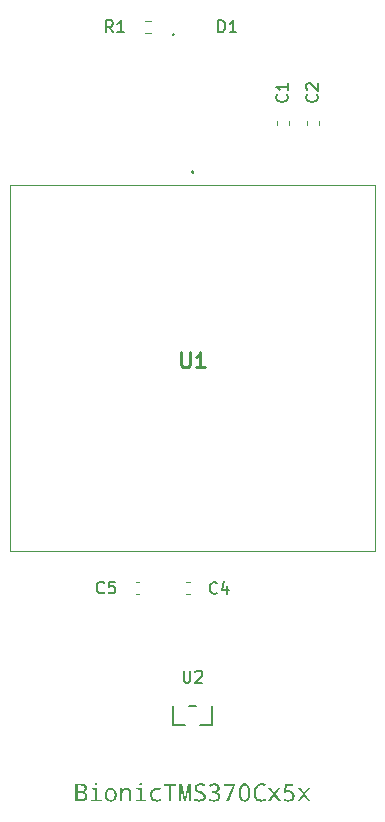
<source format=gbr>
G04 #@! TF.GenerationSoftware,KiCad,Pcbnew,9.0.7-9.0.7~ubuntu25.10.1*
G04 #@! TF.CreationDate,2026-02-01T15:36:23+09:00*
G04 #@! TF.ProjectId,bionic-tms370cx5x,62696f6e-6963-42d7-946d-733337306378,3*
G04 #@! TF.SameCoordinates,Original*
G04 #@! TF.FileFunction,Legend,Top*
G04 #@! TF.FilePolarity,Positive*
%FSLAX46Y46*%
G04 Gerber Fmt 4.6, Leading zero omitted, Abs format (unit mm)*
G04 Created by KiCad (PCBNEW 9.0.7-9.0.7~ubuntu25.10.1) date 2026-02-01 15:36:23*
%MOMM*%
%LPD*%
G01*
G04 APERTURE LIST*
%ADD10C,0.150000*%
%ADD11C,0.254000*%
%ADD12C,0.100000*%
%ADD13C,0.200000*%
%ADD14C,0.152400*%
%ADD15C,0.120000*%
G04 APERTURE END LIST*
D10*
G36*
X104364302Y-135676957D02*
G01*
X104476714Y-135695966D01*
X104562106Y-135724097D01*
X104625889Y-135759448D01*
X104679554Y-135808979D01*
X104718620Y-135871540D01*
X104743483Y-135949979D01*
X104752468Y-136048509D01*
X104743121Y-136132661D01*
X104716262Y-136204404D01*
X104671960Y-136266496D01*
X104613489Y-136315933D01*
X104541899Y-136351161D01*
X104454248Y-136371917D01*
X104454248Y-136382175D01*
X104566509Y-136410284D01*
X104650962Y-136450758D01*
X104713295Y-136502106D01*
X104757347Y-136564717D01*
X104784692Y-136640817D01*
X104794417Y-136734160D01*
X104785562Y-136834321D01*
X104760420Y-136919279D01*
X104719991Y-136991916D01*
X104663716Y-137054270D01*
X104595618Y-137103334D01*
X104515258Y-137139492D01*
X104420280Y-137162373D01*
X104307702Y-137170500D01*
X103767681Y-137170500D01*
X103767681Y-137007559D01*
X103959290Y-137007559D01*
X104273905Y-137007559D01*
X104379970Y-136998123D01*
X104458541Y-136972830D01*
X104516133Y-136934364D01*
X104557114Y-136882684D01*
X104583077Y-136815043D01*
X104592550Y-136726466D01*
X104583250Y-136646542D01*
X104557469Y-136584595D01*
X104516009Y-136536312D01*
X104456486Y-136499629D01*
X104373746Y-136475119D01*
X104260533Y-136465889D01*
X103959290Y-136465889D01*
X103959290Y-137007559D01*
X103767681Y-137007559D01*
X103767681Y-136302949D01*
X103959290Y-136302949D01*
X104250366Y-136302949D01*
X104356109Y-136295385D01*
X104431282Y-136275652D01*
X104483465Y-136246895D01*
X104522437Y-136204117D01*
X104547435Y-136144221D01*
X104556738Y-136061240D01*
X104547030Y-135983708D01*
X104520588Y-135927028D01*
X104478336Y-135885843D01*
X104423096Y-135858816D01*
X104342964Y-135840044D01*
X104229850Y-135832812D01*
X103959290Y-135832812D01*
X103959290Y-136302949D01*
X103767681Y-136302949D01*
X103767681Y-135669871D01*
X104218584Y-135669871D01*
X104364302Y-135676957D01*
G37*
G36*
X105536854Y-135581944D02*
G01*
X105585547Y-135589664D01*
X105617683Y-135610434D01*
X105637811Y-135644856D01*
X105645481Y-135698631D01*
X105636717Y-135752334D01*
X105613149Y-135787291D01*
X105578023Y-135809110D01*
X105536854Y-135816417D01*
X105487710Y-135808625D01*
X105455277Y-135787660D01*
X105434962Y-135752914D01*
X105427220Y-135698631D01*
X105434929Y-135644950D01*
X105455192Y-135610522D01*
X105487619Y-135589697D01*
X105536854Y-135581944D01*
G37*
G36*
X105442515Y-136191574D02*
G01*
X105166918Y-136170233D01*
X105166918Y-136045028D01*
X105629086Y-136045028D01*
X105629086Y-137023954D01*
X105989772Y-137044470D01*
X105989772Y-137170500D01*
X105090073Y-137170500D01*
X105090073Y-137044470D01*
X105442515Y-137023954D01*
X105442515Y-136191574D01*
G37*
G36*
X106886950Y-136037777D02*
G01*
X106982521Y-136067647D01*
X107067638Y-136116695D01*
X107144094Y-136186353D01*
X107204675Y-136269333D01*
X107248940Y-136365595D01*
X107276718Y-136477641D01*
X107286518Y-136608680D01*
X107276697Y-136744302D01*
X107249055Y-136858635D01*
X107205378Y-136955297D01*
X107146109Y-137037143D01*
X107070867Y-137105204D01*
X106985017Y-137153664D01*
X106886453Y-137183517D01*
X106772143Y-137193947D01*
X106664578Y-137183632D01*
X106569574Y-137153756D01*
X106484559Y-137104580D01*
X106407794Y-137034578D01*
X106347097Y-136951290D01*
X106302682Y-136854379D01*
X106274770Y-136741273D01*
X106264911Y-136608680D01*
X106457527Y-136608680D01*
X106466161Y-136738761D01*
X106489350Y-136837817D01*
X106524069Y-136912285D01*
X106568899Y-136967293D01*
X106624211Y-137006274D01*
X106692117Y-137030571D01*
X106776173Y-137039250D01*
X106859897Y-137030585D01*
X106927559Y-137006323D01*
X106982696Y-136967383D01*
X107027406Y-136912403D01*
X107062048Y-136837937D01*
X107085192Y-136738845D01*
X107093811Y-136608680D01*
X107085199Y-136480148D01*
X107062050Y-136382160D01*
X107027350Y-136308379D01*
X106982466Y-136253774D01*
X106926981Y-136215002D01*
X106858740Y-136190796D01*
X106774158Y-136182140D01*
X106690571Y-136190752D01*
X106623065Y-136214855D01*
X106568103Y-136253508D01*
X106523578Y-136308029D01*
X106489110Y-136381803D01*
X106466095Y-136479897D01*
X106457527Y-136608680D01*
X106264911Y-136608680D01*
X106274629Y-136473982D01*
X106301975Y-136360445D01*
X106345172Y-136264476D01*
X106403764Y-136183239D01*
X106478229Y-136115805D01*
X106563842Y-136067643D01*
X106662805Y-136037874D01*
X106778279Y-136027443D01*
X106886950Y-136037777D01*
G37*
G36*
X108314720Y-137170500D02*
G01*
X108314720Y-136447846D01*
X108306684Y-136360143D01*
X108285072Y-136294869D01*
X108252018Y-136246713D01*
X108207294Y-136212199D01*
X108148365Y-136190198D01*
X108070813Y-136182140D01*
X107986948Y-136190532D01*
X107919509Y-136213944D01*
X107864918Y-136251290D01*
X107820971Y-136303628D01*
X107787140Y-136374009D01*
X107764643Y-136467116D01*
X107756289Y-136588896D01*
X107756289Y-137170500D01*
X107569809Y-137170500D01*
X107569809Y-136045028D01*
X107720477Y-136045028D01*
X107748137Y-136199543D01*
X107758395Y-136199543D01*
X107805172Y-136138377D01*
X107861329Y-136091230D01*
X107928084Y-136056826D01*
X108007556Y-136035147D01*
X108102595Y-136027443D01*
X108214759Y-136036951D01*
X108302880Y-136063033D01*
X108372002Y-136103486D01*
X108425708Y-136158227D01*
X108465727Y-136229294D01*
X108491695Y-136320575D01*
X108501199Y-136437405D01*
X108501199Y-137170500D01*
X108314720Y-137170500D01*
G37*
G36*
X109313337Y-135581944D02*
G01*
X109362030Y-135589664D01*
X109394165Y-135610434D01*
X109414294Y-135644856D01*
X109421964Y-135698631D01*
X109413200Y-135752334D01*
X109389632Y-135787291D01*
X109354506Y-135809110D01*
X109313337Y-135816417D01*
X109264193Y-135808625D01*
X109231760Y-135787660D01*
X109211445Y-135752914D01*
X109203702Y-135698631D01*
X109211412Y-135644950D01*
X109231675Y-135610522D01*
X109264102Y-135589697D01*
X109313337Y-135581944D01*
G37*
G36*
X109218998Y-136191574D02*
G01*
X108943401Y-136170233D01*
X108943401Y-136045028D01*
X109405569Y-136045028D01*
X109405569Y-137023954D01*
X109766255Y-137044470D01*
X109766255Y-137170500D01*
X108866556Y-137170500D01*
X108866556Y-137044470D01*
X109218998Y-137023954D01*
X109218998Y-136191574D01*
G37*
G36*
X111010703Y-136087893D02*
G01*
X110947138Y-136249826D01*
X110843077Y-136215363D01*
X110752192Y-136196314D01*
X110672548Y-136190383D01*
X110567562Y-136199824D01*
X110484411Y-136225870D01*
X110418471Y-136266656D01*
X110366592Y-136322524D01*
X110327478Y-136395962D01*
X110301868Y-136491295D01*
X110292445Y-136614267D01*
X110301659Y-136735439D01*
X110326684Y-136829283D01*
X110364862Y-136901479D01*
X110415424Y-136956313D01*
X110479587Y-136996281D01*
X110560383Y-137021773D01*
X110662290Y-137031006D01*
X110768472Y-137024181D01*
X110877813Y-137003300D01*
X110991194Y-136967442D01*
X110991194Y-137131390D01*
X110897595Y-137164837D01*
X110786290Y-137186282D01*
X110654047Y-137193947D01*
X110523233Y-137183556D01*
X110413925Y-137154347D01*
X110322221Y-137108077D01*
X110245185Y-137044837D01*
X110184152Y-136966413D01*
X110138935Y-136871374D01*
X110110081Y-136756309D01*
X110099738Y-136616831D01*
X110106630Y-136499118D01*
X110126037Y-136398757D01*
X110156517Y-136313178D01*
X110197294Y-136240199D01*
X110248299Y-136178110D01*
X110326830Y-136114306D01*
X110420504Y-136067538D01*
X110532361Y-136037971D01*
X110666412Y-136027443D01*
X110786861Y-136034292D01*
X110901322Y-136054512D01*
X111010703Y-136087893D01*
G37*
G36*
X111906830Y-137170500D02*
G01*
X111715221Y-137170500D01*
X111715221Y-135837941D01*
X111286850Y-135837941D01*
X111286850Y-135669871D01*
X112334102Y-135669871D01*
X112334102Y-135837941D01*
X111906830Y-135837941D01*
X111906830Y-137170500D01*
G37*
G36*
X112986322Y-137170500D02*
G01*
X112701382Y-135856351D01*
X112693231Y-135858915D01*
X112707801Y-136115257D01*
X112711732Y-136274922D01*
X112711732Y-137170500D01*
X112556943Y-137170500D01*
X112556943Y-135669871D01*
X112810009Y-135669871D01*
X113064174Y-136893803D01*
X113070311Y-136893803D01*
X113326491Y-135669871D01*
X113584686Y-135669871D01*
X113584686Y-137170500D01*
X113427974Y-137170500D01*
X113427974Y-136261550D01*
X113442262Y-135860930D01*
X113434019Y-135860930D01*
X113144042Y-137170500D01*
X112986322Y-137170500D01*
G37*
G36*
X113844439Y-137124154D02*
G01*
X113844439Y-136942804D01*
X113990588Y-136992600D01*
X114131579Y-137021548D01*
X114268689Y-137031006D01*
X114394059Y-137021707D01*
X114484410Y-136997241D01*
X114548150Y-136961216D01*
X114591533Y-136914809D01*
X114617952Y-136856551D01*
X114627359Y-136782611D01*
X114618786Y-136714953D01*
X114594665Y-136661363D01*
X114555094Y-136618480D01*
X114502709Y-136584459D01*
X114410501Y-136539822D01*
X114262552Y-136482101D01*
X114123804Y-136423935D01*
X114024629Y-136364038D01*
X113956638Y-136303132D01*
X113916969Y-136248698D01*
X113888178Y-136186535D01*
X113870238Y-136115204D01*
X113863948Y-136032847D01*
X113872639Y-135946218D01*
X113897495Y-135872349D01*
X113938032Y-135808605D01*
X113995564Y-135753311D01*
X114063181Y-135711253D01*
X114144148Y-135679719D01*
X114241003Y-135659515D01*
X114356799Y-135652286D01*
X114511619Y-135661558D01*
X114653105Y-135688490D01*
X114783064Y-135732245D01*
X114717485Y-135900223D01*
X114583738Y-135854489D01*
X114461367Y-135828604D01*
X114348648Y-135820356D01*
X114244338Y-135828278D01*
X114168906Y-135849167D01*
X114115434Y-135880050D01*
X114078828Y-135920043D01*
X114056418Y-135970525D01*
X114048412Y-136034862D01*
X114056287Y-136101705D01*
X114078701Y-136156902D01*
X114115548Y-136203115D01*
X114165049Y-136239869D01*
X114252343Y-136284876D01*
X114392703Y-136339494D01*
X114559223Y-136408516D01*
X114666031Y-136470444D01*
X114729300Y-136525698D01*
X114775386Y-136593956D01*
X114803814Y-136675029D01*
X114813839Y-136772353D01*
X114804434Y-136868121D01*
X114777552Y-136949858D01*
X114733793Y-137020419D01*
X114671872Y-137081656D01*
X114598982Y-137128036D01*
X114509792Y-137163101D01*
X114401014Y-137185771D01*
X114268689Y-137193947D01*
X114087509Y-137184785D01*
X113948862Y-137160294D01*
X113844439Y-137124154D01*
G37*
G36*
X115669940Y-136384648D02*
G01*
X115669940Y-136390785D01*
X115793338Y-136417252D01*
X115885414Y-136457443D01*
X115952823Y-136509361D01*
X116000160Y-136573152D01*
X116029455Y-136651094D01*
X116039877Y-136747257D01*
X116030409Y-136848963D01*
X116003424Y-136935613D01*
X115959753Y-137010158D01*
X115898460Y-137074604D01*
X115825389Y-137123915D01*
X115735367Y-137161150D01*
X115624871Y-137185241D01*
X115489597Y-137193947D01*
X115363053Y-137188054D01*
X115256637Y-137171627D01*
X115167496Y-137146233D01*
X115093100Y-137112980D01*
X115093100Y-136938774D01*
X115221524Y-136992649D01*
X115351842Y-137024508D01*
X115485567Y-137035128D01*
X115608465Y-137024873D01*
X115698600Y-136997573D01*
X115763766Y-136956544D01*
X115809415Y-136902246D01*
X115837944Y-136832210D01*
X115848268Y-136741487D01*
X115838197Y-136664049D01*
X115809817Y-136602780D01*
X115762963Y-136553707D01*
X115693727Y-136515409D01*
X115595114Y-136489300D01*
X115457815Y-136479353D01*
X115321528Y-136479353D01*
X115321528Y-136320534D01*
X115457815Y-136320534D01*
X115564510Y-136310815D01*
X115647467Y-136284196D01*
X115711889Y-136242774D01*
X115761793Y-136185706D01*
X115791691Y-136118257D01*
X115802106Y-136037152D01*
X115793924Y-135970772D01*
X115770690Y-135916685D01*
X115732405Y-135872013D01*
X115682754Y-135839141D01*
X115621623Y-135818498D01*
X115545926Y-135811105D01*
X115457340Y-135818477D01*
X115369762Y-135840754D01*
X115282116Y-135878750D01*
X115193484Y-135934020D01*
X115099236Y-135805976D01*
X115199003Y-135738739D01*
X115305649Y-135691076D01*
X115420657Y-135662166D01*
X115545926Y-135652286D01*
X115651959Y-135659521D01*
X115740314Y-135679748D01*
X115813983Y-135711421D01*
X115875379Y-135753952D01*
X115926953Y-135808762D01*
X115963481Y-135871107D01*
X115985898Y-135942493D01*
X115993715Y-136025153D01*
X115983934Y-136116488D01*
X115955838Y-136194640D01*
X115909634Y-136262466D01*
X115848022Y-136316865D01*
X115769407Y-136357800D01*
X115669940Y-136384648D01*
G37*
G36*
X116559931Y-137170500D02*
G01*
X117136771Y-135839956D01*
X116364201Y-135839956D01*
X116364201Y-135669871D01*
X117327372Y-135669871D01*
X117327372Y-135818432D01*
X116758683Y-137170500D01*
X116559931Y-137170500D01*
G37*
G36*
X118196289Y-135654805D02*
G01*
X118276532Y-135678827D01*
X118346719Y-135717859D01*
X118408520Y-135772688D01*
X118462735Y-135845452D01*
X118511746Y-135945187D01*
X118549867Y-136070514D01*
X118575009Y-136226671D01*
X118584185Y-136419636D01*
X118575506Y-136613762D01*
X118551815Y-136769394D01*
X118516112Y-136892798D01*
X118470599Y-136989505D01*
X118416545Y-137064177D01*
X118354170Y-137120409D01*
X118282607Y-137160501D01*
X118199985Y-137185267D01*
X118103607Y-137193947D01*
X118012299Y-137185610D01*
X117933051Y-137161681D01*
X117863532Y-137122731D01*
X117802119Y-137067906D01*
X117748050Y-136995011D01*
X117699300Y-136895281D01*
X117661346Y-136769791D01*
X117636296Y-136613252D01*
X117627150Y-136419636D01*
X117627170Y-136419178D01*
X117816652Y-136419178D01*
X117822318Y-136591671D01*
X117837372Y-136722834D01*
X117859225Y-136820328D01*
X117885803Y-136890964D01*
X117926963Y-136955978D01*
X117975948Y-136999822D01*
X118033872Y-137026012D01*
X118103607Y-137035128D01*
X118174342Y-137025961D01*
X118233168Y-136999630D01*
X118282967Y-136955597D01*
X118324891Y-136890414D01*
X118352119Y-136819475D01*
X118374457Y-136721905D01*
X118389822Y-136590991D01*
X118395599Y-136419178D01*
X118389833Y-136248511D01*
X118374488Y-136118229D01*
X118352152Y-136020910D01*
X118324891Y-135949957D01*
X118282967Y-135884774D01*
X118233168Y-135840741D01*
X118174342Y-135814410D01*
X118103607Y-135805243D01*
X118033841Y-135814339D01*
X117975908Y-135840463D01*
X117926937Y-135884173D01*
X117885803Y-135948949D01*
X117859225Y-136019327D01*
X117837372Y-136116484D01*
X117822318Y-136247217D01*
X117816652Y-136419178D01*
X117627170Y-136419178D01*
X117635781Y-136225507D01*
X117659335Y-136069943D01*
X117694818Y-135946664D01*
X117740025Y-135850124D01*
X117793675Y-135775646D01*
X117855532Y-135719612D01*
X117926438Y-135679696D01*
X118008239Y-135655057D01*
X118103607Y-135646424D01*
X118196289Y-135654805D01*
G37*
G36*
X119887068Y-136966435D02*
G01*
X119887068Y-137133222D01*
X119785541Y-137165595D01*
X119664406Y-137186467D01*
X119520246Y-137193947D01*
X119393205Y-137184991D01*
X119283743Y-137159556D01*
X119189037Y-137119031D01*
X119106827Y-137063736D01*
X119035546Y-136992904D01*
X118978388Y-136911494D01*
X118932232Y-136816054D01*
X118897514Y-136704406D01*
X118875348Y-136573914D01*
X118867476Y-136421559D01*
X118875749Y-136277450D01*
X118899297Y-136151495D01*
X118936699Y-136041197D01*
X118987218Y-135944421D01*
X119050841Y-135859465D01*
X119128410Y-135785814D01*
X119215663Y-135728674D01*
X119313955Y-135687137D01*
X119425234Y-135661304D01*
X119551936Y-135652286D01*
X119700076Y-135662707D01*
X119829938Y-135692523D01*
X119944404Y-135740397D01*
X119864445Y-135900223D01*
X119757117Y-135855006D01*
X119653384Y-135828879D01*
X119551936Y-135820356D01*
X119445076Y-135830987D01*
X119352699Y-135861552D01*
X119271817Y-135911619D01*
X119200501Y-135982838D01*
X119145488Y-136066733D01*
X119104606Y-136166036D01*
X119078601Y-136283646D01*
X119069343Y-136423116D01*
X119078404Y-136572561D01*
X119103393Y-136694055D01*
X119141796Y-136792411D01*
X119192258Y-136871638D01*
X119259124Y-136937775D01*
X119339352Y-136985422D01*
X119435662Y-137015268D01*
X119552028Y-137025877D01*
X119640186Y-137020285D01*
X119750455Y-137001566D01*
X119887068Y-136966435D01*
G37*
G36*
X120516756Y-136593384D02*
G01*
X120114030Y-136045028D01*
X120326155Y-136045028D01*
X120623277Y-136465248D01*
X120921497Y-136045028D01*
X121133622Y-136045028D01*
X120728790Y-136593384D01*
X121152032Y-137170500D01*
X120940915Y-137170500D01*
X120623277Y-136723627D01*
X120304631Y-137170500D01*
X120092507Y-137170500D01*
X120516756Y-136593384D01*
G37*
G36*
X121429187Y-137112980D02*
G01*
X121429187Y-136936759D01*
X121504539Y-136978434D01*
X121590000Y-137009127D01*
X121687210Y-137028379D01*
X121798115Y-137035128D01*
X121896990Y-137027288D01*
X121973983Y-137005917D01*
X122033653Y-136973110D01*
X122079369Y-136929305D01*
X122112977Y-136873228D01*
X122134558Y-136802071D01*
X122142406Y-136711811D01*
X122132065Y-136616973D01*
X122103652Y-136544307D01*
X122058616Y-136488536D01*
X121995016Y-136446829D01*
X121907875Y-136419303D01*
X121789872Y-136409011D01*
X121692396Y-136414655D01*
X121553201Y-136434657D01*
X121460969Y-136376130D01*
X121517297Y-135669871D01*
X122224380Y-135669871D01*
X122224380Y-135839956D01*
X121679230Y-135839956D01*
X121639297Y-136270709D01*
X121748500Y-136255240D01*
X121853436Y-136250192D01*
X121960258Y-136258243D01*
X122052276Y-136281142D01*
X122131978Y-136317769D01*
X122201299Y-136368070D01*
X122258533Y-136431243D01*
X122299575Y-136504581D01*
X122325054Y-136590098D01*
X122334015Y-136690654D01*
X122324190Y-136810020D01*
X122296567Y-136909537D01*
X122252731Y-136992888D01*
X122192598Y-137062788D01*
X122118647Y-137117838D01*
X122029702Y-137158641D01*
X121922758Y-137184646D01*
X121793994Y-137193947D01*
X121677090Y-137188063D01*
X121579123Y-137171667D01*
X121497302Y-137146298D01*
X121429187Y-137112980D01*
G37*
G36*
X123034412Y-136593384D02*
G01*
X122631686Y-136045028D01*
X122843811Y-136045028D01*
X123140932Y-136465248D01*
X123439153Y-136045028D01*
X123651277Y-136045028D01*
X123246445Y-136593384D01*
X123669687Y-137170500D01*
X123458570Y-137170500D01*
X123140932Y-136723627D01*
X122822287Y-137170500D01*
X122610162Y-137170500D01*
X123034412Y-136593384D01*
G37*
D11*
X112728380Y-99166318D02*
X112728380Y-100194413D01*
X112728380Y-100194413D02*
X112788857Y-100315365D01*
X112788857Y-100315365D02*
X112849333Y-100375842D01*
X112849333Y-100375842D02*
X112970285Y-100436318D01*
X112970285Y-100436318D02*
X113212190Y-100436318D01*
X113212190Y-100436318D02*
X113333142Y-100375842D01*
X113333142Y-100375842D02*
X113393619Y-100315365D01*
X113393619Y-100315365D02*
X113454095Y-100194413D01*
X113454095Y-100194413D02*
X113454095Y-99166318D01*
X114724095Y-100436318D02*
X113998380Y-100436318D01*
X114361237Y-100436318D02*
X114361237Y-99166318D01*
X114361237Y-99166318D02*
X114240285Y-99347746D01*
X114240285Y-99347746D02*
X114119333Y-99468699D01*
X114119333Y-99468699D02*
X113998380Y-99529175D01*
D10*
X115882905Y-72055019D02*
X115882905Y-71055019D01*
X115882905Y-71055019D02*
X116121000Y-71055019D01*
X116121000Y-71055019D02*
X116263857Y-71102638D01*
X116263857Y-71102638D02*
X116359095Y-71197876D01*
X116359095Y-71197876D02*
X116406714Y-71293114D01*
X116406714Y-71293114D02*
X116454333Y-71483590D01*
X116454333Y-71483590D02*
X116454333Y-71626447D01*
X116454333Y-71626447D02*
X116406714Y-71816923D01*
X116406714Y-71816923D02*
X116359095Y-71912161D01*
X116359095Y-71912161D02*
X116263857Y-72007400D01*
X116263857Y-72007400D02*
X116121000Y-72055019D01*
X116121000Y-72055019D02*
X115882905Y-72055019D01*
X117406714Y-72055019D02*
X116835286Y-72055019D01*
X117121000Y-72055019D02*
X117121000Y-71055019D01*
X117121000Y-71055019D02*
X117025762Y-71197876D01*
X117025762Y-71197876D02*
X116930524Y-71293114D01*
X116930524Y-71293114D02*
X116835286Y-71340733D01*
X106218133Y-119483180D02*
X106170514Y-119530800D01*
X106170514Y-119530800D02*
X106027657Y-119578419D01*
X106027657Y-119578419D02*
X105932419Y-119578419D01*
X105932419Y-119578419D02*
X105789562Y-119530800D01*
X105789562Y-119530800D02*
X105694324Y-119435561D01*
X105694324Y-119435561D02*
X105646705Y-119340323D01*
X105646705Y-119340323D02*
X105599086Y-119149847D01*
X105599086Y-119149847D02*
X105599086Y-119006990D01*
X105599086Y-119006990D02*
X105646705Y-118816514D01*
X105646705Y-118816514D02*
X105694324Y-118721276D01*
X105694324Y-118721276D02*
X105789562Y-118626038D01*
X105789562Y-118626038D02*
X105932419Y-118578419D01*
X105932419Y-118578419D02*
X106027657Y-118578419D01*
X106027657Y-118578419D02*
X106170514Y-118626038D01*
X106170514Y-118626038D02*
X106218133Y-118673657D01*
X107122895Y-118578419D02*
X106646705Y-118578419D01*
X106646705Y-118578419D02*
X106599086Y-119054609D01*
X106599086Y-119054609D02*
X106646705Y-119006990D01*
X106646705Y-119006990D02*
X106741943Y-118959371D01*
X106741943Y-118959371D02*
X106980038Y-118959371D01*
X106980038Y-118959371D02*
X107075276Y-119006990D01*
X107075276Y-119006990D02*
X107122895Y-119054609D01*
X107122895Y-119054609D02*
X107170514Y-119149847D01*
X107170514Y-119149847D02*
X107170514Y-119387942D01*
X107170514Y-119387942D02*
X107122895Y-119483180D01*
X107122895Y-119483180D02*
X107075276Y-119530800D01*
X107075276Y-119530800D02*
X106980038Y-119578419D01*
X106980038Y-119578419D02*
X106741943Y-119578419D01*
X106741943Y-119578419D02*
X106646705Y-119530800D01*
X106646705Y-119530800D02*
X106599086Y-119483180D01*
X124219580Y-77328366D02*
X124267200Y-77375985D01*
X124267200Y-77375985D02*
X124314819Y-77518842D01*
X124314819Y-77518842D02*
X124314819Y-77614080D01*
X124314819Y-77614080D02*
X124267200Y-77756937D01*
X124267200Y-77756937D02*
X124171961Y-77852175D01*
X124171961Y-77852175D02*
X124076723Y-77899794D01*
X124076723Y-77899794D02*
X123886247Y-77947413D01*
X123886247Y-77947413D02*
X123743390Y-77947413D01*
X123743390Y-77947413D02*
X123552914Y-77899794D01*
X123552914Y-77899794D02*
X123457676Y-77852175D01*
X123457676Y-77852175D02*
X123362438Y-77756937D01*
X123362438Y-77756937D02*
X123314819Y-77614080D01*
X123314819Y-77614080D02*
X123314819Y-77518842D01*
X123314819Y-77518842D02*
X123362438Y-77375985D01*
X123362438Y-77375985D02*
X123410057Y-77328366D01*
X123410057Y-76947413D02*
X123362438Y-76899794D01*
X123362438Y-76899794D02*
X123314819Y-76804556D01*
X123314819Y-76804556D02*
X123314819Y-76566461D01*
X123314819Y-76566461D02*
X123362438Y-76471223D01*
X123362438Y-76471223D02*
X123410057Y-76423604D01*
X123410057Y-76423604D02*
X123505295Y-76375985D01*
X123505295Y-76375985D02*
X123600533Y-76375985D01*
X123600533Y-76375985D02*
X123743390Y-76423604D01*
X123743390Y-76423604D02*
X124314819Y-76995032D01*
X124314819Y-76995032D02*
X124314819Y-76375985D01*
X115767433Y-119508580D02*
X115719814Y-119556200D01*
X115719814Y-119556200D02*
X115576957Y-119603819D01*
X115576957Y-119603819D02*
X115481719Y-119603819D01*
X115481719Y-119603819D02*
X115338862Y-119556200D01*
X115338862Y-119556200D02*
X115243624Y-119460961D01*
X115243624Y-119460961D02*
X115196005Y-119365723D01*
X115196005Y-119365723D02*
X115148386Y-119175247D01*
X115148386Y-119175247D02*
X115148386Y-119032390D01*
X115148386Y-119032390D02*
X115196005Y-118841914D01*
X115196005Y-118841914D02*
X115243624Y-118746676D01*
X115243624Y-118746676D02*
X115338862Y-118651438D01*
X115338862Y-118651438D02*
X115481719Y-118603819D01*
X115481719Y-118603819D02*
X115576957Y-118603819D01*
X115576957Y-118603819D02*
X115719814Y-118651438D01*
X115719814Y-118651438D02*
X115767433Y-118699057D01*
X116624576Y-118937152D02*
X116624576Y-119603819D01*
X116386481Y-118556200D02*
X116148386Y-119270485D01*
X116148386Y-119270485D02*
X116767433Y-119270485D01*
X106954733Y-72055019D02*
X106621400Y-71578828D01*
X106383305Y-72055019D02*
X106383305Y-71055019D01*
X106383305Y-71055019D02*
X106764257Y-71055019D01*
X106764257Y-71055019D02*
X106859495Y-71102638D01*
X106859495Y-71102638D02*
X106907114Y-71150257D01*
X106907114Y-71150257D02*
X106954733Y-71245495D01*
X106954733Y-71245495D02*
X106954733Y-71388352D01*
X106954733Y-71388352D02*
X106907114Y-71483590D01*
X106907114Y-71483590D02*
X106859495Y-71531209D01*
X106859495Y-71531209D02*
X106764257Y-71578828D01*
X106764257Y-71578828D02*
X106383305Y-71578828D01*
X107907114Y-72055019D02*
X107335686Y-72055019D01*
X107621400Y-72055019D02*
X107621400Y-71055019D01*
X107621400Y-71055019D02*
X107526162Y-71197876D01*
X107526162Y-71197876D02*
X107430924Y-71293114D01*
X107430924Y-71293114D02*
X107335686Y-71340733D01*
X112938095Y-126122219D02*
X112938095Y-126931742D01*
X112938095Y-126931742D02*
X112985714Y-127026980D01*
X112985714Y-127026980D02*
X113033333Y-127074600D01*
X113033333Y-127074600D02*
X113128571Y-127122219D01*
X113128571Y-127122219D02*
X113319047Y-127122219D01*
X113319047Y-127122219D02*
X113414285Y-127074600D01*
X113414285Y-127074600D02*
X113461904Y-127026980D01*
X113461904Y-127026980D02*
X113509523Y-126931742D01*
X113509523Y-126931742D02*
X113509523Y-126122219D01*
X113938095Y-126217457D02*
X113985714Y-126169838D01*
X113985714Y-126169838D02*
X114080952Y-126122219D01*
X114080952Y-126122219D02*
X114319047Y-126122219D01*
X114319047Y-126122219D02*
X114414285Y-126169838D01*
X114414285Y-126169838D02*
X114461904Y-126217457D01*
X114461904Y-126217457D02*
X114509523Y-126312695D01*
X114509523Y-126312695D02*
X114509523Y-126407933D01*
X114509523Y-126407933D02*
X114461904Y-126550790D01*
X114461904Y-126550790D02*
X113890476Y-127122219D01*
X113890476Y-127122219D02*
X114509523Y-127122219D01*
X121679580Y-77328366D02*
X121727200Y-77375985D01*
X121727200Y-77375985D02*
X121774819Y-77518842D01*
X121774819Y-77518842D02*
X121774819Y-77614080D01*
X121774819Y-77614080D02*
X121727200Y-77756937D01*
X121727200Y-77756937D02*
X121631961Y-77852175D01*
X121631961Y-77852175D02*
X121536723Y-77899794D01*
X121536723Y-77899794D02*
X121346247Y-77947413D01*
X121346247Y-77947413D02*
X121203390Y-77947413D01*
X121203390Y-77947413D02*
X121012914Y-77899794D01*
X121012914Y-77899794D02*
X120917676Y-77852175D01*
X120917676Y-77852175D02*
X120822438Y-77756937D01*
X120822438Y-77756937D02*
X120774819Y-77614080D01*
X120774819Y-77614080D02*
X120774819Y-77518842D01*
X120774819Y-77518842D02*
X120822438Y-77375985D01*
X120822438Y-77375985D02*
X120870057Y-77328366D01*
X121774819Y-76375985D02*
X121774819Y-76947413D01*
X121774819Y-76661699D02*
X120774819Y-76661699D01*
X120774819Y-76661699D02*
X120917676Y-76756937D01*
X120917676Y-76756937D02*
X121012914Y-76852175D01*
X121012914Y-76852175D02*
X121060533Y-76947413D01*
D12*
X98221000Y-85005000D02*
X129171000Y-85005000D01*
X98221000Y-115955000D02*
X98221000Y-85005000D01*
D13*
X113696000Y-83770000D02*
X113696000Y-83770000D01*
X113696000Y-83970000D02*
X113696000Y-83970000D01*
D12*
X129171000Y-85005000D02*
X129171000Y-115955000D01*
X129171000Y-115955000D02*
X98221000Y-115955000D01*
D13*
X113696000Y-83770000D02*
G75*
G02*
X113696000Y-83970000I0J-100000D01*
G01*
X113696000Y-83970000D02*
G75*
G02*
X113696000Y-83770000I0J100000D01*
G01*
D14*
X112125200Y-72286000D02*
G75*
G02*
X111972800Y-72286000I-76200J0D01*
G01*
X111972800Y-72286000D02*
G75*
G02*
X112125200Y-72286000I76200J0D01*
G01*
D15*
X109172667Y-118613600D02*
X108880133Y-118613600D01*
X109172667Y-119633600D02*
X108880133Y-119633600D01*
X123350000Y-79898767D02*
X123350000Y-79606233D01*
X124370000Y-79898767D02*
X124370000Y-79606233D01*
X113147333Y-118613600D02*
X113439867Y-118613600D01*
X113147333Y-119633600D02*
X113439867Y-119633600D01*
X110170124Y-71077700D02*
X109660676Y-71077700D01*
X110170124Y-72122700D02*
X109660676Y-72122700D01*
D14*
X112048000Y-129067000D02*
X112048000Y-130721000D01*
X112048000Y-130721000D02*
X113037060Y-130721000D01*
X113987061Y-129067000D02*
X113412939Y-129067000D01*
X114362940Y-130721000D02*
X115352000Y-130721000D01*
X115352000Y-130721000D02*
X115352000Y-129067000D01*
D15*
X120810000Y-79898767D02*
X120810000Y-79606233D01*
X121830000Y-79898767D02*
X121830000Y-79606233D01*
M02*

</source>
